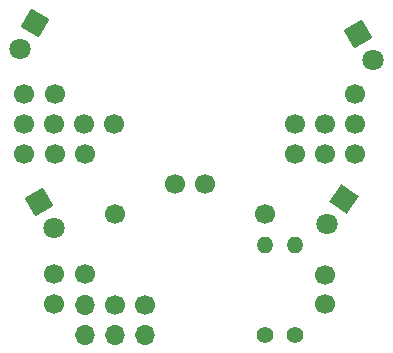
<source format=gbr>
%TF.GenerationSoftware,KiCad,Pcbnew,(6.0.5)*%
%TF.CreationDate,2022-07-12T12:17:59-06:00*%
%TF.ProjectId,jack,6a61636b-2e6b-4696-9361-645f70636258,rev?*%
%TF.SameCoordinates,PX7dfd6b0PY631d890*%
%TF.FileFunction,Soldermask,Bot*%
%TF.FilePolarity,Negative*%
%FSLAX46Y46*%
G04 Gerber Fmt 4.6, Leading zero omitted, Abs format (unit mm)*
G04 Created by KiCad (PCBNEW (6.0.5)) date 2022-07-12 12:17:59*
%MOMM*%
%LPD*%
G01*
G04 APERTURE LIST*
G04 Aperture macros list*
%AMRotRect*
0 Rectangle, with rotation*
0 The origin of the aperture is its center*
0 $1 length*
0 $2 width*
0 $3 Rotation angle, in degrees counterclockwise*
0 Add horizontal line*
21,1,$1,$2,0,0,$3*%
G04 Aperture macros list end*
%ADD10RotRect,1.800000X1.800000X235.000000*%
%ADD11C,1.800000*%
%ADD12O,1.700000X1.700000*%
%ADD13C,1.700000*%
%ADD14RotRect,1.800000X1.800000X300.000000*%
%ADD15RotRect,1.800000X1.800000X240.000000*%
%ADD16C,1.400000*%
%ADD17O,1.400000X1.400000*%
G04 APERTURE END LIST*
D10*
%TO.C,D4*%
X27001310Y13974419D03*
D11*
X25544426Y11893773D03*
%TD*%
D12*
%TO.C,X1*%
X5020000Y5060000D03*
X5020000Y2520000D03*
D13*
X7560000Y5060000D03*
D12*
X7560000Y2520000D03*
D13*
X10100000Y5060000D03*
D12*
X10100000Y2520000D03*
%TD*%
D13*
%TO.C,G\u002A\u002A\u002A*%
X27885807Y20307834D03*
X25345807Y7582434D03*
X5000407Y20307834D03*
X15185807Y15227834D03*
X2485807Y22847834D03*
X5025807Y7607834D03*
X-79593Y17767834D03*
X7565807Y12687834D03*
X20265807Y12687834D03*
X5025807Y17767834D03*
X2460407Y7607834D03*
X25345807Y20307834D03*
X27885807Y17767834D03*
X27885807Y22847834D03*
X22805807Y20307834D03*
X22805807Y17767834D03*
X-79593Y20307834D03*
X12645807Y15227834D03*
X2485807Y17767834D03*
X2460407Y20307834D03*
X25345807Y5067834D03*
X-79593Y22847834D03*
X2460407Y5067834D03*
X25345807Y17767834D03*
X7540407Y20307834D03*
%TD*%
D14*
%TO.C,D2*%
X28212500Y27934182D03*
D11*
X29482500Y25734477D03*
%TD*%
D14*
%TO.C,D3*%
X1168690Y13774419D03*
D11*
X2438690Y11574714D03*
%TD*%
D15*
%TO.C,D1*%
X827500Y28894182D03*
D11*
X-442500Y26694477D03*
%TD*%
D16*
%TO.C,R2*%
X22810000Y2520000D03*
D17*
X22810000Y10140000D03*
%TD*%
D16*
%TO.C,R1*%
X20270000Y2520000D03*
D17*
X20270000Y10140000D03*
%TD*%
M02*

</source>
